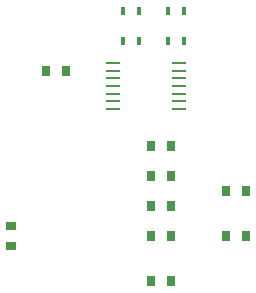
<source format=gbr>
G04 EAGLE Gerber RS-274X export*
G75*
%MOMM*%
%FSLAX34Y34*%
%LPD*%
%INSolderpaste Top*%
%IPPOS*%
%AMOC8*
5,1,8,0,0,1.08239X$1,22.5*%
G01*
%ADD10R,0.846000X0.746000*%
%ADD11R,0.746000X0.846000*%
%ADD12R,1.285800X0.175400*%
%ADD13R,0.446000X0.646000*%


D10*
X101600Y262500D03*
X101600Y245500D03*
D11*
X283600Y254000D03*
X300600Y254000D03*
X220100Y304800D03*
X237100Y304800D03*
X300600Y292100D03*
X283600Y292100D03*
X220100Y279400D03*
X237100Y279400D03*
X131200Y393700D03*
X148200Y393700D03*
X220100Y254000D03*
X237100Y254000D03*
X220100Y215900D03*
X237100Y215900D03*
D12*
X187650Y400500D03*
X187650Y394000D03*
X187650Y387500D03*
X187650Y381000D03*
X187650Y374500D03*
X187650Y368000D03*
X187650Y361500D03*
X244150Y361500D03*
X244150Y368000D03*
X244150Y374500D03*
X244150Y381000D03*
X244150Y387500D03*
X244150Y394000D03*
X244150Y400500D03*
D11*
X237100Y330200D03*
X220100Y330200D03*
D13*
X196700Y419100D03*
X209700Y419100D03*
X234800Y419100D03*
X247800Y419100D03*
X196700Y444500D03*
X209700Y444500D03*
X234800Y444500D03*
X247800Y444500D03*
M02*

</source>
